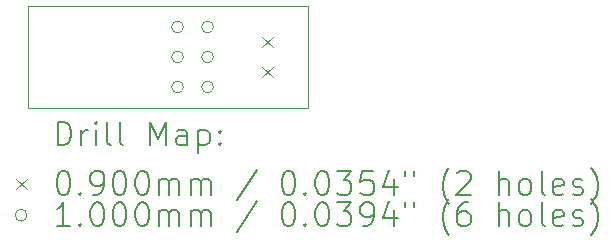
<source format=gbr>
%TF.GenerationSoftware,KiCad,Pcbnew,7.0.6*%
%TF.CreationDate,2024-05-07T01:09:36+03:00*%
%TF.ProjectId,board-photodiode,626f6172-642d-4706-986f-746f64696f64,rev?*%
%TF.SameCoordinates,Original*%
%TF.FileFunction,Drillmap*%
%TF.FilePolarity,Positive*%
%FSLAX45Y45*%
G04 Gerber Fmt 4.5, Leading zero omitted, Abs format (unit mm)*
G04 Created by KiCad (PCBNEW 7.0.6) date 2024-05-07 01:09:36*
%MOMM*%
%LPD*%
G01*
G04 APERTURE LIST*
%ADD10C,0.100000*%
%ADD11C,0.200000*%
%ADD12C,0.090000*%
G04 APERTURE END LIST*
D10*
X12725400Y-7696200D02*
X15100300Y-7696200D01*
X15100300Y-8559800D01*
X12725400Y-8559800D01*
X12725400Y-7696200D01*
D11*
D12*
X14712400Y-7956000D02*
X14802400Y-8046000D01*
X14802400Y-7956000D02*
X14712400Y-8046000D01*
X14712400Y-8210000D02*
X14802400Y-8300000D01*
X14802400Y-8210000D02*
X14712400Y-8300000D01*
D10*
X14045400Y-7874000D02*
G75*
G03*
X14045400Y-7874000I-50000J0D01*
G01*
X14045400Y-8128000D02*
G75*
G03*
X14045400Y-8128000I-50000J0D01*
G01*
X14045400Y-8382000D02*
G75*
G03*
X14045400Y-8382000I-50000J0D01*
G01*
X14299400Y-7874000D02*
G75*
G03*
X14299400Y-7874000I-50000J0D01*
G01*
X14299400Y-8128000D02*
G75*
G03*
X14299400Y-8128000I-50000J0D01*
G01*
X14299400Y-8382000D02*
G75*
G03*
X14299400Y-8382000I-50000J0D01*
G01*
D11*
X12981177Y-8876284D02*
X12981177Y-8676284D01*
X12981177Y-8676284D02*
X13028796Y-8676284D01*
X13028796Y-8676284D02*
X13057367Y-8685808D01*
X13057367Y-8685808D02*
X13076415Y-8704855D01*
X13076415Y-8704855D02*
X13085939Y-8723903D01*
X13085939Y-8723903D02*
X13095462Y-8761998D01*
X13095462Y-8761998D02*
X13095462Y-8790570D01*
X13095462Y-8790570D02*
X13085939Y-8828665D01*
X13085939Y-8828665D02*
X13076415Y-8847712D01*
X13076415Y-8847712D02*
X13057367Y-8866760D01*
X13057367Y-8866760D02*
X13028796Y-8876284D01*
X13028796Y-8876284D02*
X12981177Y-8876284D01*
X13181177Y-8876284D02*
X13181177Y-8742950D01*
X13181177Y-8781046D02*
X13190701Y-8761998D01*
X13190701Y-8761998D02*
X13200224Y-8752474D01*
X13200224Y-8752474D02*
X13219272Y-8742950D01*
X13219272Y-8742950D02*
X13238320Y-8742950D01*
X13304986Y-8876284D02*
X13304986Y-8742950D01*
X13304986Y-8676284D02*
X13295462Y-8685808D01*
X13295462Y-8685808D02*
X13304986Y-8695331D01*
X13304986Y-8695331D02*
X13314510Y-8685808D01*
X13314510Y-8685808D02*
X13304986Y-8676284D01*
X13304986Y-8676284D02*
X13304986Y-8695331D01*
X13428796Y-8876284D02*
X13409748Y-8866760D01*
X13409748Y-8866760D02*
X13400224Y-8847712D01*
X13400224Y-8847712D02*
X13400224Y-8676284D01*
X13533558Y-8876284D02*
X13514510Y-8866760D01*
X13514510Y-8866760D02*
X13504986Y-8847712D01*
X13504986Y-8847712D02*
X13504986Y-8676284D01*
X13762129Y-8876284D02*
X13762129Y-8676284D01*
X13762129Y-8676284D02*
X13828796Y-8819141D01*
X13828796Y-8819141D02*
X13895462Y-8676284D01*
X13895462Y-8676284D02*
X13895462Y-8876284D01*
X14076415Y-8876284D02*
X14076415Y-8771522D01*
X14076415Y-8771522D02*
X14066891Y-8752474D01*
X14066891Y-8752474D02*
X14047843Y-8742950D01*
X14047843Y-8742950D02*
X14009748Y-8742950D01*
X14009748Y-8742950D02*
X13990701Y-8752474D01*
X14076415Y-8866760D02*
X14057367Y-8876284D01*
X14057367Y-8876284D02*
X14009748Y-8876284D01*
X14009748Y-8876284D02*
X13990701Y-8866760D01*
X13990701Y-8866760D02*
X13981177Y-8847712D01*
X13981177Y-8847712D02*
X13981177Y-8828665D01*
X13981177Y-8828665D02*
X13990701Y-8809617D01*
X13990701Y-8809617D02*
X14009748Y-8800093D01*
X14009748Y-8800093D02*
X14057367Y-8800093D01*
X14057367Y-8800093D02*
X14076415Y-8790570D01*
X14171653Y-8742950D02*
X14171653Y-8942950D01*
X14171653Y-8752474D02*
X14190701Y-8742950D01*
X14190701Y-8742950D02*
X14228796Y-8742950D01*
X14228796Y-8742950D02*
X14247843Y-8752474D01*
X14247843Y-8752474D02*
X14257367Y-8761998D01*
X14257367Y-8761998D02*
X14266891Y-8781046D01*
X14266891Y-8781046D02*
X14266891Y-8838189D01*
X14266891Y-8838189D02*
X14257367Y-8857236D01*
X14257367Y-8857236D02*
X14247843Y-8866760D01*
X14247843Y-8866760D02*
X14228796Y-8876284D01*
X14228796Y-8876284D02*
X14190701Y-8876284D01*
X14190701Y-8876284D02*
X14171653Y-8866760D01*
X14352605Y-8857236D02*
X14362129Y-8866760D01*
X14362129Y-8866760D02*
X14352605Y-8876284D01*
X14352605Y-8876284D02*
X14343082Y-8866760D01*
X14343082Y-8866760D02*
X14352605Y-8857236D01*
X14352605Y-8857236D02*
X14352605Y-8876284D01*
X14352605Y-8752474D02*
X14362129Y-8761998D01*
X14362129Y-8761998D02*
X14352605Y-8771522D01*
X14352605Y-8771522D02*
X14343082Y-8761998D01*
X14343082Y-8761998D02*
X14352605Y-8752474D01*
X14352605Y-8752474D02*
X14352605Y-8771522D01*
D12*
X12630400Y-9159800D02*
X12720400Y-9249800D01*
X12720400Y-9159800D02*
X12630400Y-9249800D01*
D11*
X13019272Y-9096284D02*
X13038320Y-9096284D01*
X13038320Y-9096284D02*
X13057367Y-9105808D01*
X13057367Y-9105808D02*
X13066891Y-9115331D01*
X13066891Y-9115331D02*
X13076415Y-9134379D01*
X13076415Y-9134379D02*
X13085939Y-9172474D01*
X13085939Y-9172474D02*
X13085939Y-9220093D01*
X13085939Y-9220093D02*
X13076415Y-9258189D01*
X13076415Y-9258189D02*
X13066891Y-9277236D01*
X13066891Y-9277236D02*
X13057367Y-9286760D01*
X13057367Y-9286760D02*
X13038320Y-9296284D01*
X13038320Y-9296284D02*
X13019272Y-9296284D01*
X13019272Y-9296284D02*
X13000224Y-9286760D01*
X13000224Y-9286760D02*
X12990701Y-9277236D01*
X12990701Y-9277236D02*
X12981177Y-9258189D01*
X12981177Y-9258189D02*
X12971653Y-9220093D01*
X12971653Y-9220093D02*
X12971653Y-9172474D01*
X12971653Y-9172474D02*
X12981177Y-9134379D01*
X12981177Y-9134379D02*
X12990701Y-9115331D01*
X12990701Y-9115331D02*
X13000224Y-9105808D01*
X13000224Y-9105808D02*
X13019272Y-9096284D01*
X13171653Y-9277236D02*
X13181177Y-9286760D01*
X13181177Y-9286760D02*
X13171653Y-9296284D01*
X13171653Y-9296284D02*
X13162129Y-9286760D01*
X13162129Y-9286760D02*
X13171653Y-9277236D01*
X13171653Y-9277236D02*
X13171653Y-9296284D01*
X13276415Y-9296284D02*
X13314510Y-9296284D01*
X13314510Y-9296284D02*
X13333558Y-9286760D01*
X13333558Y-9286760D02*
X13343082Y-9277236D01*
X13343082Y-9277236D02*
X13362129Y-9248665D01*
X13362129Y-9248665D02*
X13371653Y-9210570D01*
X13371653Y-9210570D02*
X13371653Y-9134379D01*
X13371653Y-9134379D02*
X13362129Y-9115331D01*
X13362129Y-9115331D02*
X13352605Y-9105808D01*
X13352605Y-9105808D02*
X13333558Y-9096284D01*
X13333558Y-9096284D02*
X13295462Y-9096284D01*
X13295462Y-9096284D02*
X13276415Y-9105808D01*
X13276415Y-9105808D02*
X13266891Y-9115331D01*
X13266891Y-9115331D02*
X13257367Y-9134379D01*
X13257367Y-9134379D02*
X13257367Y-9181998D01*
X13257367Y-9181998D02*
X13266891Y-9201046D01*
X13266891Y-9201046D02*
X13276415Y-9210570D01*
X13276415Y-9210570D02*
X13295462Y-9220093D01*
X13295462Y-9220093D02*
X13333558Y-9220093D01*
X13333558Y-9220093D02*
X13352605Y-9210570D01*
X13352605Y-9210570D02*
X13362129Y-9201046D01*
X13362129Y-9201046D02*
X13371653Y-9181998D01*
X13495462Y-9096284D02*
X13514510Y-9096284D01*
X13514510Y-9096284D02*
X13533558Y-9105808D01*
X13533558Y-9105808D02*
X13543082Y-9115331D01*
X13543082Y-9115331D02*
X13552605Y-9134379D01*
X13552605Y-9134379D02*
X13562129Y-9172474D01*
X13562129Y-9172474D02*
X13562129Y-9220093D01*
X13562129Y-9220093D02*
X13552605Y-9258189D01*
X13552605Y-9258189D02*
X13543082Y-9277236D01*
X13543082Y-9277236D02*
X13533558Y-9286760D01*
X13533558Y-9286760D02*
X13514510Y-9296284D01*
X13514510Y-9296284D02*
X13495462Y-9296284D01*
X13495462Y-9296284D02*
X13476415Y-9286760D01*
X13476415Y-9286760D02*
X13466891Y-9277236D01*
X13466891Y-9277236D02*
X13457367Y-9258189D01*
X13457367Y-9258189D02*
X13447843Y-9220093D01*
X13447843Y-9220093D02*
X13447843Y-9172474D01*
X13447843Y-9172474D02*
X13457367Y-9134379D01*
X13457367Y-9134379D02*
X13466891Y-9115331D01*
X13466891Y-9115331D02*
X13476415Y-9105808D01*
X13476415Y-9105808D02*
X13495462Y-9096284D01*
X13685939Y-9096284D02*
X13704986Y-9096284D01*
X13704986Y-9096284D02*
X13724034Y-9105808D01*
X13724034Y-9105808D02*
X13733558Y-9115331D01*
X13733558Y-9115331D02*
X13743082Y-9134379D01*
X13743082Y-9134379D02*
X13752605Y-9172474D01*
X13752605Y-9172474D02*
X13752605Y-9220093D01*
X13752605Y-9220093D02*
X13743082Y-9258189D01*
X13743082Y-9258189D02*
X13733558Y-9277236D01*
X13733558Y-9277236D02*
X13724034Y-9286760D01*
X13724034Y-9286760D02*
X13704986Y-9296284D01*
X13704986Y-9296284D02*
X13685939Y-9296284D01*
X13685939Y-9296284D02*
X13666891Y-9286760D01*
X13666891Y-9286760D02*
X13657367Y-9277236D01*
X13657367Y-9277236D02*
X13647843Y-9258189D01*
X13647843Y-9258189D02*
X13638320Y-9220093D01*
X13638320Y-9220093D02*
X13638320Y-9172474D01*
X13638320Y-9172474D02*
X13647843Y-9134379D01*
X13647843Y-9134379D02*
X13657367Y-9115331D01*
X13657367Y-9115331D02*
X13666891Y-9105808D01*
X13666891Y-9105808D02*
X13685939Y-9096284D01*
X13838320Y-9296284D02*
X13838320Y-9162950D01*
X13838320Y-9181998D02*
X13847843Y-9172474D01*
X13847843Y-9172474D02*
X13866891Y-9162950D01*
X13866891Y-9162950D02*
X13895463Y-9162950D01*
X13895463Y-9162950D02*
X13914510Y-9172474D01*
X13914510Y-9172474D02*
X13924034Y-9191522D01*
X13924034Y-9191522D02*
X13924034Y-9296284D01*
X13924034Y-9191522D02*
X13933558Y-9172474D01*
X13933558Y-9172474D02*
X13952605Y-9162950D01*
X13952605Y-9162950D02*
X13981177Y-9162950D01*
X13981177Y-9162950D02*
X14000224Y-9172474D01*
X14000224Y-9172474D02*
X14009748Y-9191522D01*
X14009748Y-9191522D02*
X14009748Y-9296284D01*
X14104986Y-9296284D02*
X14104986Y-9162950D01*
X14104986Y-9181998D02*
X14114510Y-9172474D01*
X14114510Y-9172474D02*
X14133558Y-9162950D01*
X14133558Y-9162950D02*
X14162129Y-9162950D01*
X14162129Y-9162950D02*
X14181177Y-9172474D01*
X14181177Y-9172474D02*
X14190701Y-9191522D01*
X14190701Y-9191522D02*
X14190701Y-9296284D01*
X14190701Y-9191522D02*
X14200224Y-9172474D01*
X14200224Y-9172474D02*
X14219272Y-9162950D01*
X14219272Y-9162950D02*
X14247843Y-9162950D01*
X14247843Y-9162950D02*
X14266891Y-9172474D01*
X14266891Y-9172474D02*
X14276415Y-9191522D01*
X14276415Y-9191522D02*
X14276415Y-9296284D01*
X14666891Y-9086760D02*
X14495463Y-9343903D01*
X14924034Y-9096284D02*
X14943082Y-9096284D01*
X14943082Y-9096284D02*
X14962129Y-9105808D01*
X14962129Y-9105808D02*
X14971653Y-9115331D01*
X14971653Y-9115331D02*
X14981177Y-9134379D01*
X14981177Y-9134379D02*
X14990701Y-9172474D01*
X14990701Y-9172474D02*
X14990701Y-9220093D01*
X14990701Y-9220093D02*
X14981177Y-9258189D01*
X14981177Y-9258189D02*
X14971653Y-9277236D01*
X14971653Y-9277236D02*
X14962129Y-9286760D01*
X14962129Y-9286760D02*
X14943082Y-9296284D01*
X14943082Y-9296284D02*
X14924034Y-9296284D01*
X14924034Y-9296284D02*
X14904986Y-9286760D01*
X14904986Y-9286760D02*
X14895463Y-9277236D01*
X14895463Y-9277236D02*
X14885939Y-9258189D01*
X14885939Y-9258189D02*
X14876415Y-9220093D01*
X14876415Y-9220093D02*
X14876415Y-9172474D01*
X14876415Y-9172474D02*
X14885939Y-9134379D01*
X14885939Y-9134379D02*
X14895463Y-9115331D01*
X14895463Y-9115331D02*
X14904986Y-9105808D01*
X14904986Y-9105808D02*
X14924034Y-9096284D01*
X15076415Y-9277236D02*
X15085939Y-9286760D01*
X15085939Y-9286760D02*
X15076415Y-9296284D01*
X15076415Y-9296284D02*
X15066891Y-9286760D01*
X15066891Y-9286760D02*
X15076415Y-9277236D01*
X15076415Y-9277236D02*
X15076415Y-9296284D01*
X15209748Y-9096284D02*
X15228796Y-9096284D01*
X15228796Y-9096284D02*
X15247844Y-9105808D01*
X15247844Y-9105808D02*
X15257367Y-9115331D01*
X15257367Y-9115331D02*
X15266891Y-9134379D01*
X15266891Y-9134379D02*
X15276415Y-9172474D01*
X15276415Y-9172474D02*
X15276415Y-9220093D01*
X15276415Y-9220093D02*
X15266891Y-9258189D01*
X15266891Y-9258189D02*
X15257367Y-9277236D01*
X15257367Y-9277236D02*
X15247844Y-9286760D01*
X15247844Y-9286760D02*
X15228796Y-9296284D01*
X15228796Y-9296284D02*
X15209748Y-9296284D01*
X15209748Y-9296284D02*
X15190701Y-9286760D01*
X15190701Y-9286760D02*
X15181177Y-9277236D01*
X15181177Y-9277236D02*
X15171653Y-9258189D01*
X15171653Y-9258189D02*
X15162129Y-9220093D01*
X15162129Y-9220093D02*
X15162129Y-9172474D01*
X15162129Y-9172474D02*
X15171653Y-9134379D01*
X15171653Y-9134379D02*
X15181177Y-9115331D01*
X15181177Y-9115331D02*
X15190701Y-9105808D01*
X15190701Y-9105808D02*
X15209748Y-9096284D01*
X15343082Y-9096284D02*
X15466891Y-9096284D01*
X15466891Y-9096284D02*
X15400225Y-9172474D01*
X15400225Y-9172474D02*
X15428796Y-9172474D01*
X15428796Y-9172474D02*
X15447844Y-9181998D01*
X15447844Y-9181998D02*
X15457367Y-9191522D01*
X15457367Y-9191522D02*
X15466891Y-9210570D01*
X15466891Y-9210570D02*
X15466891Y-9258189D01*
X15466891Y-9258189D02*
X15457367Y-9277236D01*
X15457367Y-9277236D02*
X15447844Y-9286760D01*
X15447844Y-9286760D02*
X15428796Y-9296284D01*
X15428796Y-9296284D02*
X15371653Y-9296284D01*
X15371653Y-9296284D02*
X15352606Y-9286760D01*
X15352606Y-9286760D02*
X15343082Y-9277236D01*
X15647844Y-9096284D02*
X15552606Y-9096284D01*
X15552606Y-9096284D02*
X15543082Y-9191522D01*
X15543082Y-9191522D02*
X15552606Y-9181998D01*
X15552606Y-9181998D02*
X15571653Y-9172474D01*
X15571653Y-9172474D02*
X15619272Y-9172474D01*
X15619272Y-9172474D02*
X15638320Y-9181998D01*
X15638320Y-9181998D02*
X15647844Y-9191522D01*
X15647844Y-9191522D02*
X15657367Y-9210570D01*
X15657367Y-9210570D02*
X15657367Y-9258189D01*
X15657367Y-9258189D02*
X15647844Y-9277236D01*
X15647844Y-9277236D02*
X15638320Y-9286760D01*
X15638320Y-9286760D02*
X15619272Y-9296284D01*
X15619272Y-9296284D02*
X15571653Y-9296284D01*
X15571653Y-9296284D02*
X15552606Y-9286760D01*
X15552606Y-9286760D02*
X15543082Y-9277236D01*
X15828796Y-9162950D02*
X15828796Y-9296284D01*
X15781177Y-9086760D02*
X15733558Y-9229617D01*
X15733558Y-9229617D02*
X15857367Y-9229617D01*
X15924034Y-9096284D02*
X15924034Y-9134379D01*
X16000225Y-9096284D02*
X16000225Y-9134379D01*
X16295463Y-9372474D02*
X16285939Y-9362950D01*
X16285939Y-9362950D02*
X16266891Y-9334379D01*
X16266891Y-9334379D02*
X16257368Y-9315331D01*
X16257368Y-9315331D02*
X16247844Y-9286760D01*
X16247844Y-9286760D02*
X16238320Y-9239141D01*
X16238320Y-9239141D02*
X16238320Y-9201046D01*
X16238320Y-9201046D02*
X16247844Y-9153427D01*
X16247844Y-9153427D02*
X16257368Y-9124855D01*
X16257368Y-9124855D02*
X16266891Y-9105808D01*
X16266891Y-9105808D02*
X16285939Y-9077236D01*
X16285939Y-9077236D02*
X16295463Y-9067712D01*
X16362129Y-9115331D02*
X16371653Y-9105808D01*
X16371653Y-9105808D02*
X16390701Y-9096284D01*
X16390701Y-9096284D02*
X16438320Y-9096284D01*
X16438320Y-9096284D02*
X16457368Y-9105808D01*
X16457368Y-9105808D02*
X16466891Y-9115331D01*
X16466891Y-9115331D02*
X16476415Y-9134379D01*
X16476415Y-9134379D02*
X16476415Y-9153427D01*
X16476415Y-9153427D02*
X16466891Y-9181998D01*
X16466891Y-9181998D02*
X16352606Y-9296284D01*
X16352606Y-9296284D02*
X16476415Y-9296284D01*
X16714510Y-9296284D02*
X16714510Y-9096284D01*
X16800225Y-9296284D02*
X16800225Y-9191522D01*
X16800225Y-9191522D02*
X16790701Y-9172474D01*
X16790701Y-9172474D02*
X16771653Y-9162950D01*
X16771653Y-9162950D02*
X16743082Y-9162950D01*
X16743082Y-9162950D02*
X16724034Y-9172474D01*
X16724034Y-9172474D02*
X16714510Y-9181998D01*
X16924034Y-9296284D02*
X16904987Y-9286760D01*
X16904987Y-9286760D02*
X16895463Y-9277236D01*
X16895463Y-9277236D02*
X16885939Y-9258189D01*
X16885939Y-9258189D02*
X16885939Y-9201046D01*
X16885939Y-9201046D02*
X16895463Y-9181998D01*
X16895463Y-9181998D02*
X16904987Y-9172474D01*
X16904987Y-9172474D02*
X16924034Y-9162950D01*
X16924034Y-9162950D02*
X16952606Y-9162950D01*
X16952606Y-9162950D02*
X16971653Y-9172474D01*
X16971653Y-9172474D02*
X16981177Y-9181998D01*
X16981177Y-9181998D02*
X16990701Y-9201046D01*
X16990701Y-9201046D02*
X16990701Y-9258189D01*
X16990701Y-9258189D02*
X16981177Y-9277236D01*
X16981177Y-9277236D02*
X16971653Y-9286760D01*
X16971653Y-9286760D02*
X16952606Y-9296284D01*
X16952606Y-9296284D02*
X16924034Y-9296284D01*
X17104987Y-9296284D02*
X17085939Y-9286760D01*
X17085939Y-9286760D02*
X17076415Y-9267712D01*
X17076415Y-9267712D02*
X17076415Y-9096284D01*
X17257368Y-9286760D02*
X17238320Y-9296284D01*
X17238320Y-9296284D02*
X17200225Y-9296284D01*
X17200225Y-9296284D02*
X17181177Y-9286760D01*
X17181177Y-9286760D02*
X17171653Y-9267712D01*
X17171653Y-9267712D02*
X17171653Y-9191522D01*
X17171653Y-9191522D02*
X17181177Y-9172474D01*
X17181177Y-9172474D02*
X17200225Y-9162950D01*
X17200225Y-9162950D02*
X17238320Y-9162950D01*
X17238320Y-9162950D02*
X17257368Y-9172474D01*
X17257368Y-9172474D02*
X17266892Y-9191522D01*
X17266892Y-9191522D02*
X17266892Y-9210570D01*
X17266892Y-9210570D02*
X17171653Y-9229617D01*
X17343082Y-9286760D02*
X17362130Y-9296284D01*
X17362130Y-9296284D02*
X17400225Y-9296284D01*
X17400225Y-9296284D02*
X17419273Y-9286760D01*
X17419273Y-9286760D02*
X17428796Y-9267712D01*
X17428796Y-9267712D02*
X17428796Y-9258189D01*
X17428796Y-9258189D02*
X17419273Y-9239141D01*
X17419273Y-9239141D02*
X17400225Y-9229617D01*
X17400225Y-9229617D02*
X17371653Y-9229617D01*
X17371653Y-9229617D02*
X17352606Y-9220093D01*
X17352606Y-9220093D02*
X17343082Y-9201046D01*
X17343082Y-9201046D02*
X17343082Y-9191522D01*
X17343082Y-9191522D02*
X17352606Y-9172474D01*
X17352606Y-9172474D02*
X17371653Y-9162950D01*
X17371653Y-9162950D02*
X17400225Y-9162950D01*
X17400225Y-9162950D02*
X17419273Y-9172474D01*
X17495463Y-9372474D02*
X17504987Y-9362950D01*
X17504987Y-9362950D02*
X17524034Y-9334379D01*
X17524034Y-9334379D02*
X17533558Y-9315331D01*
X17533558Y-9315331D02*
X17543082Y-9286760D01*
X17543082Y-9286760D02*
X17552606Y-9239141D01*
X17552606Y-9239141D02*
X17552606Y-9201046D01*
X17552606Y-9201046D02*
X17543082Y-9153427D01*
X17543082Y-9153427D02*
X17533558Y-9124855D01*
X17533558Y-9124855D02*
X17524034Y-9105808D01*
X17524034Y-9105808D02*
X17504987Y-9077236D01*
X17504987Y-9077236D02*
X17495463Y-9067712D01*
D10*
X12720400Y-9468800D02*
G75*
G03*
X12720400Y-9468800I-50000J0D01*
G01*
D11*
X13085939Y-9560284D02*
X12971653Y-9560284D01*
X13028796Y-9560284D02*
X13028796Y-9360284D01*
X13028796Y-9360284D02*
X13009748Y-9388855D01*
X13009748Y-9388855D02*
X12990701Y-9407903D01*
X12990701Y-9407903D02*
X12971653Y-9417427D01*
X13171653Y-9541236D02*
X13181177Y-9550760D01*
X13181177Y-9550760D02*
X13171653Y-9560284D01*
X13171653Y-9560284D02*
X13162129Y-9550760D01*
X13162129Y-9550760D02*
X13171653Y-9541236D01*
X13171653Y-9541236D02*
X13171653Y-9560284D01*
X13304986Y-9360284D02*
X13324034Y-9360284D01*
X13324034Y-9360284D02*
X13343082Y-9369808D01*
X13343082Y-9369808D02*
X13352605Y-9379331D01*
X13352605Y-9379331D02*
X13362129Y-9398379D01*
X13362129Y-9398379D02*
X13371653Y-9436474D01*
X13371653Y-9436474D02*
X13371653Y-9484093D01*
X13371653Y-9484093D02*
X13362129Y-9522189D01*
X13362129Y-9522189D02*
X13352605Y-9541236D01*
X13352605Y-9541236D02*
X13343082Y-9550760D01*
X13343082Y-9550760D02*
X13324034Y-9560284D01*
X13324034Y-9560284D02*
X13304986Y-9560284D01*
X13304986Y-9560284D02*
X13285939Y-9550760D01*
X13285939Y-9550760D02*
X13276415Y-9541236D01*
X13276415Y-9541236D02*
X13266891Y-9522189D01*
X13266891Y-9522189D02*
X13257367Y-9484093D01*
X13257367Y-9484093D02*
X13257367Y-9436474D01*
X13257367Y-9436474D02*
X13266891Y-9398379D01*
X13266891Y-9398379D02*
X13276415Y-9379331D01*
X13276415Y-9379331D02*
X13285939Y-9369808D01*
X13285939Y-9369808D02*
X13304986Y-9360284D01*
X13495462Y-9360284D02*
X13514510Y-9360284D01*
X13514510Y-9360284D02*
X13533558Y-9369808D01*
X13533558Y-9369808D02*
X13543082Y-9379331D01*
X13543082Y-9379331D02*
X13552605Y-9398379D01*
X13552605Y-9398379D02*
X13562129Y-9436474D01*
X13562129Y-9436474D02*
X13562129Y-9484093D01*
X13562129Y-9484093D02*
X13552605Y-9522189D01*
X13552605Y-9522189D02*
X13543082Y-9541236D01*
X13543082Y-9541236D02*
X13533558Y-9550760D01*
X13533558Y-9550760D02*
X13514510Y-9560284D01*
X13514510Y-9560284D02*
X13495462Y-9560284D01*
X13495462Y-9560284D02*
X13476415Y-9550760D01*
X13476415Y-9550760D02*
X13466891Y-9541236D01*
X13466891Y-9541236D02*
X13457367Y-9522189D01*
X13457367Y-9522189D02*
X13447843Y-9484093D01*
X13447843Y-9484093D02*
X13447843Y-9436474D01*
X13447843Y-9436474D02*
X13457367Y-9398379D01*
X13457367Y-9398379D02*
X13466891Y-9379331D01*
X13466891Y-9379331D02*
X13476415Y-9369808D01*
X13476415Y-9369808D02*
X13495462Y-9360284D01*
X13685939Y-9360284D02*
X13704986Y-9360284D01*
X13704986Y-9360284D02*
X13724034Y-9369808D01*
X13724034Y-9369808D02*
X13733558Y-9379331D01*
X13733558Y-9379331D02*
X13743082Y-9398379D01*
X13743082Y-9398379D02*
X13752605Y-9436474D01*
X13752605Y-9436474D02*
X13752605Y-9484093D01*
X13752605Y-9484093D02*
X13743082Y-9522189D01*
X13743082Y-9522189D02*
X13733558Y-9541236D01*
X13733558Y-9541236D02*
X13724034Y-9550760D01*
X13724034Y-9550760D02*
X13704986Y-9560284D01*
X13704986Y-9560284D02*
X13685939Y-9560284D01*
X13685939Y-9560284D02*
X13666891Y-9550760D01*
X13666891Y-9550760D02*
X13657367Y-9541236D01*
X13657367Y-9541236D02*
X13647843Y-9522189D01*
X13647843Y-9522189D02*
X13638320Y-9484093D01*
X13638320Y-9484093D02*
X13638320Y-9436474D01*
X13638320Y-9436474D02*
X13647843Y-9398379D01*
X13647843Y-9398379D02*
X13657367Y-9379331D01*
X13657367Y-9379331D02*
X13666891Y-9369808D01*
X13666891Y-9369808D02*
X13685939Y-9360284D01*
X13838320Y-9560284D02*
X13838320Y-9426950D01*
X13838320Y-9445998D02*
X13847843Y-9436474D01*
X13847843Y-9436474D02*
X13866891Y-9426950D01*
X13866891Y-9426950D02*
X13895463Y-9426950D01*
X13895463Y-9426950D02*
X13914510Y-9436474D01*
X13914510Y-9436474D02*
X13924034Y-9455522D01*
X13924034Y-9455522D02*
X13924034Y-9560284D01*
X13924034Y-9455522D02*
X13933558Y-9436474D01*
X13933558Y-9436474D02*
X13952605Y-9426950D01*
X13952605Y-9426950D02*
X13981177Y-9426950D01*
X13981177Y-9426950D02*
X14000224Y-9436474D01*
X14000224Y-9436474D02*
X14009748Y-9455522D01*
X14009748Y-9455522D02*
X14009748Y-9560284D01*
X14104986Y-9560284D02*
X14104986Y-9426950D01*
X14104986Y-9445998D02*
X14114510Y-9436474D01*
X14114510Y-9436474D02*
X14133558Y-9426950D01*
X14133558Y-9426950D02*
X14162129Y-9426950D01*
X14162129Y-9426950D02*
X14181177Y-9436474D01*
X14181177Y-9436474D02*
X14190701Y-9455522D01*
X14190701Y-9455522D02*
X14190701Y-9560284D01*
X14190701Y-9455522D02*
X14200224Y-9436474D01*
X14200224Y-9436474D02*
X14219272Y-9426950D01*
X14219272Y-9426950D02*
X14247843Y-9426950D01*
X14247843Y-9426950D02*
X14266891Y-9436474D01*
X14266891Y-9436474D02*
X14276415Y-9455522D01*
X14276415Y-9455522D02*
X14276415Y-9560284D01*
X14666891Y-9350760D02*
X14495463Y-9607903D01*
X14924034Y-9360284D02*
X14943082Y-9360284D01*
X14943082Y-9360284D02*
X14962129Y-9369808D01*
X14962129Y-9369808D02*
X14971653Y-9379331D01*
X14971653Y-9379331D02*
X14981177Y-9398379D01*
X14981177Y-9398379D02*
X14990701Y-9436474D01*
X14990701Y-9436474D02*
X14990701Y-9484093D01*
X14990701Y-9484093D02*
X14981177Y-9522189D01*
X14981177Y-9522189D02*
X14971653Y-9541236D01*
X14971653Y-9541236D02*
X14962129Y-9550760D01*
X14962129Y-9550760D02*
X14943082Y-9560284D01*
X14943082Y-9560284D02*
X14924034Y-9560284D01*
X14924034Y-9560284D02*
X14904986Y-9550760D01*
X14904986Y-9550760D02*
X14895463Y-9541236D01*
X14895463Y-9541236D02*
X14885939Y-9522189D01*
X14885939Y-9522189D02*
X14876415Y-9484093D01*
X14876415Y-9484093D02*
X14876415Y-9436474D01*
X14876415Y-9436474D02*
X14885939Y-9398379D01*
X14885939Y-9398379D02*
X14895463Y-9379331D01*
X14895463Y-9379331D02*
X14904986Y-9369808D01*
X14904986Y-9369808D02*
X14924034Y-9360284D01*
X15076415Y-9541236D02*
X15085939Y-9550760D01*
X15085939Y-9550760D02*
X15076415Y-9560284D01*
X15076415Y-9560284D02*
X15066891Y-9550760D01*
X15066891Y-9550760D02*
X15076415Y-9541236D01*
X15076415Y-9541236D02*
X15076415Y-9560284D01*
X15209748Y-9360284D02*
X15228796Y-9360284D01*
X15228796Y-9360284D02*
X15247844Y-9369808D01*
X15247844Y-9369808D02*
X15257367Y-9379331D01*
X15257367Y-9379331D02*
X15266891Y-9398379D01*
X15266891Y-9398379D02*
X15276415Y-9436474D01*
X15276415Y-9436474D02*
X15276415Y-9484093D01*
X15276415Y-9484093D02*
X15266891Y-9522189D01*
X15266891Y-9522189D02*
X15257367Y-9541236D01*
X15257367Y-9541236D02*
X15247844Y-9550760D01*
X15247844Y-9550760D02*
X15228796Y-9560284D01*
X15228796Y-9560284D02*
X15209748Y-9560284D01*
X15209748Y-9560284D02*
X15190701Y-9550760D01*
X15190701Y-9550760D02*
X15181177Y-9541236D01*
X15181177Y-9541236D02*
X15171653Y-9522189D01*
X15171653Y-9522189D02*
X15162129Y-9484093D01*
X15162129Y-9484093D02*
X15162129Y-9436474D01*
X15162129Y-9436474D02*
X15171653Y-9398379D01*
X15171653Y-9398379D02*
X15181177Y-9379331D01*
X15181177Y-9379331D02*
X15190701Y-9369808D01*
X15190701Y-9369808D02*
X15209748Y-9360284D01*
X15343082Y-9360284D02*
X15466891Y-9360284D01*
X15466891Y-9360284D02*
X15400225Y-9436474D01*
X15400225Y-9436474D02*
X15428796Y-9436474D01*
X15428796Y-9436474D02*
X15447844Y-9445998D01*
X15447844Y-9445998D02*
X15457367Y-9455522D01*
X15457367Y-9455522D02*
X15466891Y-9474570D01*
X15466891Y-9474570D02*
X15466891Y-9522189D01*
X15466891Y-9522189D02*
X15457367Y-9541236D01*
X15457367Y-9541236D02*
X15447844Y-9550760D01*
X15447844Y-9550760D02*
X15428796Y-9560284D01*
X15428796Y-9560284D02*
X15371653Y-9560284D01*
X15371653Y-9560284D02*
X15352606Y-9550760D01*
X15352606Y-9550760D02*
X15343082Y-9541236D01*
X15562129Y-9560284D02*
X15600225Y-9560284D01*
X15600225Y-9560284D02*
X15619272Y-9550760D01*
X15619272Y-9550760D02*
X15628796Y-9541236D01*
X15628796Y-9541236D02*
X15647844Y-9512665D01*
X15647844Y-9512665D02*
X15657367Y-9474570D01*
X15657367Y-9474570D02*
X15657367Y-9398379D01*
X15657367Y-9398379D02*
X15647844Y-9379331D01*
X15647844Y-9379331D02*
X15638320Y-9369808D01*
X15638320Y-9369808D02*
X15619272Y-9360284D01*
X15619272Y-9360284D02*
X15581177Y-9360284D01*
X15581177Y-9360284D02*
X15562129Y-9369808D01*
X15562129Y-9369808D02*
X15552606Y-9379331D01*
X15552606Y-9379331D02*
X15543082Y-9398379D01*
X15543082Y-9398379D02*
X15543082Y-9445998D01*
X15543082Y-9445998D02*
X15552606Y-9465046D01*
X15552606Y-9465046D02*
X15562129Y-9474570D01*
X15562129Y-9474570D02*
X15581177Y-9484093D01*
X15581177Y-9484093D02*
X15619272Y-9484093D01*
X15619272Y-9484093D02*
X15638320Y-9474570D01*
X15638320Y-9474570D02*
X15647844Y-9465046D01*
X15647844Y-9465046D02*
X15657367Y-9445998D01*
X15828796Y-9426950D02*
X15828796Y-9560284D01*
X15781177Y-9350760D02*
X15733558Y-9493617D01*
X15733558Y-9493617D02*
X15857367Y-9493617D01*
X15924034Y-9360284D02*
X15924034Y-9398379D01*
X16000225Y-9360284D02*
X16000225Y-9398379D01*
X16295463Y-9636474D02*
X16285939Y-9626950D01*
X16285939Y-9626950D02*
X16266891Y-9598379D01*
X16266891Y-9598379D02*
X16257368Y-9579331D01*
X16257368Y-9579331D02*
X16247844Y-9550760D01*
X16247844Y-9550760D02*
X16238320Y-9503141D01*
X16238320Y-9503141D02*
X16238320Y-9465046D01*
X16238320Y-9465046D02*
X16247844Y-9417427D01*
X16247844Y-9417427D02*
X16257368Y-9388855D01*
X16257368Y-9388855D02*
X16266891Y-9369808D01*
X16266891Y-9369808D02*
X16285939Y-9341236D01*
X16285939Y-9341236D02*
X16295463Y-9331712D01*
X16457368Y-9360284D02*
X16419272Y-9360284D01*
X16419272Y-9360284D02*
X16400225Y-9369808D01*
X16400225Y-9369808D02*
X16390701Y-9379331D01*
X16390701Y-9379331D02*
X16371653Y-9407903D01*
X16371653Y-9407903D02*
X16362129Y-9445998D01*
X16362129Y-9445998D02*
X16362129Y-9522189D01*
X16362129Y-9522189D02*
X16371653Y-9541236D01*
X16371653Y-9541236D02*
X16381177Y-9550760D01*
X16381177Y-9550760D02*
X16400225Y-9560284D01*
X16400225Y-9560284D02*
X16438320Y-9560284D01*
X16438320Y-9560284D02*
X16457368Y-9550760D01*
X16457368Y-9550760D02*
X16466891Y-9541236D01*
X16466891Y-9541236D02*
X16476415Y-9522189D01*
X16476415Y-9522189D02*
X16476415Y-9474570D01*
X16476415Y-9474570D02*
X16466891Y-9455522D01*
X16466891Y-9455522D02*
X16457368Y-9445998D01*
X16457368Y-9445998D02*
X16438320Y-9436474D01*
X16438320Y-9436474D02*
X16400225Y-9436474D01*
X16400225Y-9436474D02*
X16381177Y-9445998D01*
X16381177Y-9445998D02*
X16371653Y-9455522D01*
X16371653Y-9455522D02*
X16362129Y-9474570D01*
X16714510Y-9560284D02*
X16714510Y-9360284D01*
X16800225Y-9560284D02*
X16800225Y-9455522D01*
X16800225Y-9455522D02*
X16790701Y-9436474D01*
X16790701Y-9436474D02*
X16771653Y-9426950D01*
X16771653Y-9426950D02*
X16743082Y-9426950D01*
X16743082Y-9426950D02*
X16724034Y-9436474D01*
X16724034Y-9436474D02*
X16714510Y-9445998D01*
X16924034Y-9560284D02*
X16904987Y-9550760D01*
X16904987Y-9550760D02*
X16895463Y-9541236D01*
X16895463Y-9541236D02*
X16885939Y-9522189D01*
X16885939Y-9522189D02*
X16885939Y-9465046D01*
X16885939Y-9465046D02*
X16895463Y-9445998D01*
X16895463Y-9445998D02*
X16904987Y-9436474D01*
X16904987Y-9436474D02*
X16924034Y-9426950D01*
X16924034Y-9426950D02*
X16952606Y-9426950D01*
X16952606Y-9426950D02*
X16971653Y-9436474D01*
X16971653Y-9436474D02*
X16981177Y-9445998D01*
X16981177Y-9445998D02*
X16990701Y-9465046D01*
X16990701Y-9465046D02*
X16990701Y-9522189D01*
X16990701Y-9522189D02*
X16981177Y-9541236D01*
X16981177Y-9541236D02*
X16971653Y-9550760D01*
X16971653Y-9550760D02*
X16952606Y-9560284D01*
X16952606Y-9560284D02*
X16924034Y-9560284D01*
X17104987Y-9560284D02*
X17085939Y-9550760D01*
X17085939Y-9550760D02*
X17076415Y-9531712D01*
X17076415Y-9531712D02*
X17076415Y-9360284D01*
X17257368Y-9550760D02*
X17238320Y-9560284D01*
X17238320Y-9560284D02*
X17200225Y-9560284D01*
X17200225Y-9560284D02*
X17181177Y-9550760D01*
X17181177Y-9550760D02*
X17171653Y-9531712D01*
X17171653Y-9531712D02*
X17171653Y-9455522D01*
X17171653Y-9455522D02*
X17181177Y-9436474D01*
X17181177Y-9436474D02*
X17200225Y-9426950D01*
X17200225Y-9426950D02*
X17238320Y-9426950D01*
X17238320Y-9426950D02*
X17257368Y-9436474D01*
X17257368Y-9436474D02*
X17266892Y-9455522D01*
X17266892Y-9455522D02*
X17266892Y-9474570D01*
X17266892Y-9474570D02*
X17171653Y-9493617D01*
X17343082Y-9550760D02*
X17362130Y-9560284D01*
X17362130Y-9560284D02*
X17400225Y-9560284D01*
X17400225Y-9560284D02*
X17419273Y-9550760D01*
X17419273Y-9550760D02*
X17428796Y-9531712D01*
X17428796Y-9531712D02*
X17428796Y-9522189D01*
X17428796Y-9522189D02*
X17419273Y-9503141D01*
X17419273Y-9503141D02*
X17400225Y-9493617D01*
X17400225Y-9493617D02*
X17371653Y-9493617D01*
X17371653Y-9493617D02*
X17352606Y-9484093D01*
X17352606Y-9484093D02*
X17343082Y-9465046D01*
X17343082Y-9465046D02*
X17343082Y-9455522D01*
X17343082Y-9455522D02*
X17352606Y-9436474D01*
X17352606Y-9436474D02*
X17371653Y-9426950D01*
X17371653Y-9426950D02*
X17400225Y-9426950D01*
X17400225Y-9426950D02*
X17419273Y-9436474D01*
X17495463Y-9636474D02*
X17504987Y-9626950D01*
X17504987Y-9626950D02*
X17524034Y-9598379D01*
X17524034Y-9598379D02*
X17533558Y-9579331D01*
X17533558Y-9579331D02*
X17543082Y-9550760D01*
X17543082Y-9550760D02*
X17552606Y-9503141D01*
X17552606Y-9503141D02*
X17552606Y-9465046D01*
X17552606Y-9465046D02*
X17543082Y-9417427D01*
X17543082Y-9417427D02*
X17533558Y-9388855D01*
X17533558Y-9388855D02*
X17524034Y-9369808D01*
X17524034Y-9369808D02*
X17504987Y-9341236D01*
X17504987Y-9341236D02*
X17495463Y-9331712D01*
M02*

</source>
